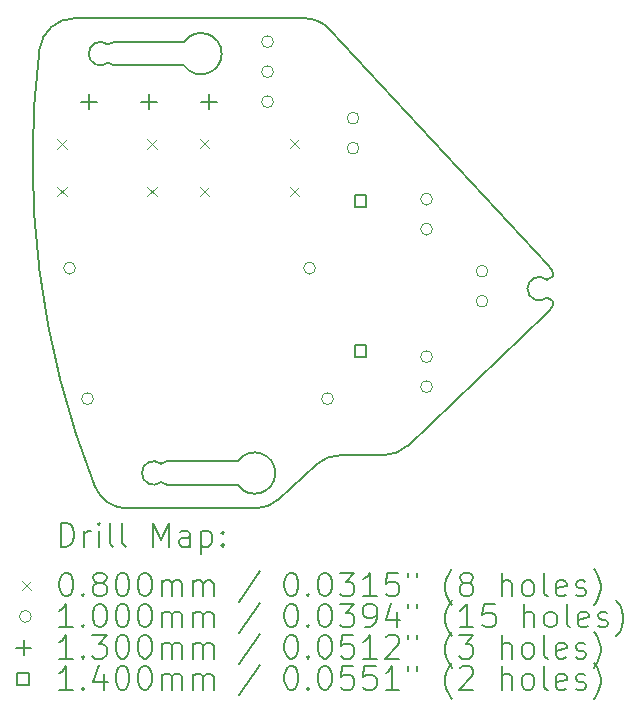
<source format=gbr>
%TF.GenerationSoftware,KiCad,Pcbnew,7.0.2-0*%
%TF.CreationDate,2023-08-02T17:26:51+09:00*%
%TF.ProjectId,kicker_board2,6b69636b-6572-45f6-926f-617264322e6b,rev?*%
%TF.SameCoordinates,Original*%
%TF.FileFunction,Drillmap*%
%TF.FilePolarity,Positive*%
%FSLAX45Y45*%
G04 Gerber Fmt 4.5, Leading zero omitted, Abs format (unit mm)*
G04 Created by KiCad (PCBNEW 7.0.2-0) date 2023-08-02 17:26:51*
%MOMM*%
%LPD*%
G01*
G04 APERTURE LIST*
%ADD10C,0.200000*%
%ADD11C,0.080000*%
%ADD12C,0.100000*%
%ADD13C,0.130000*%
%ADD14C,0.140000*%
G04 APERTURE END LIST*
D10*
X15985085Y-10818425D02*
G75*
G03*
X16028512Y-10766872I-206366J217905D01*
G01*
X13373545Y-12260563D02*
G75*
G03*
X13374962Y-12060562I144315J98983D01*
G01*
X16046975Y-10732130D02*
G75*
G03*
X16031081Y-10697046I-22475J10960D01*
G01*
X16031080Y-10504077D02*
G75*
G03*
X15992366Y-10524569I26290J-96483D01*
G01*
X12774866Y-12061345D02*
G75*
G03*
X12724866Y-12082500I12504J-99215D01*
G01*
X13935873Y-8310562D02*
X11993838Y-8310562D01*
X14606659Y-12010564D02*
G75*
G03*
X14812934Y-11928394I1J299994D01*
G01*
X14812934Y-11928394D02*
X15985085Y-10818425D01*
X12274867Y-8688624D02*
G75*
G03*
X12337366Y-8710563I62503J78064D01*
G01*
X16031080Y-10504075D02*
G75*
G03*
X16046977Y-10468994I-6560J24115D01*
G01*
X12164253Y-12272039D02*
G75*
G03*
X12443181Y-12461579I278937J110479D01*
G01*
X15992367Y-10676555D02*
G75*
G03*
X16031081Y-10697046I65003J75995D01*
G01*
X15998921Y-10396752D02*
X14155984Y-8406721D01*
X12774170Y-12260562D02*
X13373546Y-12260562D01*
X16031376Y-10760184D02*
G75*
G03*
X16046977Y-10732131I-254156J159704D01*
G01*
X12774866Y-12259778D02*
X12774170Y-12260562D01*
X16046977Y-10468994D02*
X16037561Y-10451235D01*
X12920162Y-8710561D02*
G75*
G03*
X12920160Y-8510563I143618J100001D01*
G01*
X11993838Y-8310558D02*
G75*
G03*
X11696191Y-8573063I2J-300002D01*
G01*
X12724867Y-12238624D02*
G75*
G03*
X12774866Y-12259778I62503J78064D01*
G01*
X13723632Y-12381689D02*
X14038115Y-12090452D01*
X16037561Y-10451235D02*
X16038617Y-10450593D01*
X12443181Y-12461579D02*
X13519791Y-12461579D01*
X16028512Y-10766872D02*
G75*
G03*
X16031376Y-10760184I-16592J11062D01*
G01*
X13374962Y-12060562D02*
X12774170Y-12060562D01*
X15992369Y-10524566D02*
G75*
G03*
X15992366Y-10676556I-64999J-75994D01*
G01*
X14155984Y-8406720D02*
G75*
G03*
X13935873Y-8310562I-220105J-203830D01*
G01*
X12724869Y-12082497D02*
G75*
G03*
X12724866Y-12238625I-62499J-78063D01*
G01*
X12337366Y-8710563D02*
X12920160Y-8710563D01*
X12774170Y-12060562D02*
X12774866Y-12061347D01*
X11696190Y-8573062D02*
G75*
G03*
X12164257Y-12272038I7441180J-937498D01*
G01*
X16038618Y-10450593D02*
G75*
G03*
X15998921Y-10396752I-259758J-149967D01*
G01*
X14241956Y-12010559D02*
G75*
G03*
X14038115Y-12090452I4J-300001D01*
G01*
X13519791Y-12461581D02*
G75*
G03*
X13723632Y-12381689I9J299971D01*
G01*
X14241956Y-12010562D02*
X14606659Y-12010562D01*
X12274869Y-8532497D02*
G75*
G03*
X12274866Y-8688625I-62499J-78063D01*
G01*
X12920160Y-8510563D02*
X12337319Y-8510563D01*
X12337319Y-8510560D02*
G75*
G03*
X12274866Y-8532500I51J-100000D01*
G01*
D11*
X11847200Y-9334000D02*
X11927200Y-9414000D01*
X11927200Y-9334000D02*
X11847200Y-9414000D01*
X11847200Y-9739000D02*
X11927200Y-9819000D01*
X11927200Y-9739000D02*
X11847200Y-9819000D01*
X12609200Y-9334000D02*
X12689200Y-9414000D01*
X12689200Y-9334000D02*
X12609200Y-9414000D01*
X12609200Y-9739000D02*
X12689200Y-9819000D01*
X12689200Y-9739000D02*
X12609200Y-9819000D01*
X13053700Y-9332600D02*
X13133700Y-9412600D01*
X13133700Y-9332600D02*
X13053700Y-9412600D01*
X13053700Y-9737600D02*
X13133700Y-9817600D01*
X13133700Y-9737600D02*
X13053700Y-9817600D01*
X13815700Y-9332600D02*
X13895700Y-9412600D01*
X13895700Y-9332600D02*
X13815700Y-9412600D01*
X13815700Y-9737600D02*
X13895700Y-9817600D01*
X13895700Y-9737600D02*
X13815700Y-9817600D01*
D12*
X12000700Y-10426700D02*
G75*
G03*
X12000700Y-10426700I-50000J0D01*
G01*
X12153100Y-11531600D02*
G75*
G03*
X12153100Y-11531600I-50000J0D01*
G01*
X13677100Y-8509000D02*
G75*
G03*
X13677100Y-8509000I-50000J0D01*
G01*
X13677100Y-8763000D02*
G75*
G03*
X13677100Y-8763000I-50000J0D01*
G01*
X13677100Y-9017000D02*
G75*
G03*
X13677100Y-9017000I-50000J0D01*
G01*
X14032700Y-10426700D02*
G75*
G03*
X14032700Y-10426700I-50000J0D01*
G01*
X14185100Y-11531600D02*
G75*
G03*
X14185100Y-11531600I-50000J0D01*
G01*
X14401000Y-9156200D02*
G75*
G03*
X14401000Y-9156200I-50000J0D01*
G01*
X14401000Y-9410200D02*
G75*
G03*
X14401000Y-9410200I-50000J0D01*
G01*
X15023300Y-9842500D02*
G75*
G03*
X15023300Y-9842500I-50000J0D01*
G01*
X15023300Y-10096500D02*
G75*
G03*
X15023300Y-10096500I-50000J0D01*
G01*
X15023300Y-11176000D02*
G75*
G03*
X15023300Y-11176000I-50000J0D01*
G01*
X15023300Y-11430000D02*
G75*
G03*
X15023300Y-11430000I-50000J0D01*
G01*
X15493200Y-10452100D02*
G75*
G03*
X15493200Y-10452100I-50000J0D01*
G01*
X15493200Y-10706100D02*
G75*
G03*
X15493200Y-10706100I-50000J0D01*
G01*
D13*
X12115800Y-8952000D02*
X12115800Y-9082000D01*
X12050800Y-9017000D02*
X12180800Y-9017000D01*
X12623800Y-8952000D02*
X12623800Y-9082000D01*
X12558800Y-9017000D02*
X12688800Y-9017000D01*
X13131800Y-8952000D02*
X13131800Y-9082000D01*
X13066800Y-9017000D02*
X13196800Y-9017000D01*
D14*
X14463998Y-9904698D02*
X14463998Y-9805702D01*
X14365002Y-9805702D01*
X14365002Y-9904698D01*
X14463998Y-9904698D01*
X14463998Y-11174698D02*
X14463998Y-11075702D01*
X14365002Y-11075702D01*
X14365002Y-11174698D01*
X14463998Y-11174698D01*
D10*
X11874985Y-12784104D02*
X11874985Y-12584104D01*
X11874985Y-12584104D02*
X11922604Y-12584104D01*
X11922604Y-12584104D02*
X11951175Y-12593628D01*
X11951175Y-12593628D02*
X11970223Y-12612676D01*
X11970223Y-12612676D02*
X11979747Y-12631723D01*
X11979747Y-12631723D02*
X11989270Y-12669819D01*
X11989270Y-12669819D02*
X11989270Y-12698390D01*
X11989270Y-12698390D02*
X11979747Y-12736485D01*
X11979747Y-12736485D02*
X11970223Y-12755533D01*
X11970223Y-12755533D02*
X11951175Y-12774581D01*
X11951175Y-12774581D02*
X11922604Y-12784104D01*
X11922604Y-12784104D02*
X11874985Y-12784104D01*
X12074985Y-12784104D02*
X12074985Y-12650771D01*
X12074985Y-12688866D02*
X12084508Y-12669819D01*
X12084508Y-12669819D02*
X12094032Y-12660295D01*
X12094032Y-12660295D02*
X12113080Y-12650771D01*
X12113080Y-12650771D02*
X12132128Y-12650771D01*
X12198794Y-12784104D02*
X12198794Y-12650771D01*
X12198794Y-12584104D02*
X12189270Y-12593628D01*
X12189270Y-12593628D02*
X12198794Y-12603152D01*
X12198794Y-12603152D02*
X12208318Y-12593628D01*
X12208318Y-12593628D02*
X12198794Y-12584104D01*
X12198794Y-12584104D02*
X12198794Y-12603152D01*
X12322604Y-12784104D02*
X12303556Y-12774581D01*
X12303556Y-12774581D02*
X12294032Y-12755533D01*
X12294032Y-12755533D02*
X12294032Y-12584104D01*
X12427366Y-12784104D02*
X12408318Y-12774581D01*
X12408318Y-12774581D02*
X12398794Y-12755533D01*
X12398794Y-12755533D02*
X12398794Y-12584104D01*
X12655937Y-12784104D02*
X12655937Y-12584104D01*
X12655937Y-12584104D02*
X12722604Y-12726962D01*
X12722604Y-12726962D02*
X12789270Y-12584104D01*
X12789270Y-12584104D02*
X12789270Y-12784104D01*
X12970223Y-12784104D02*
X12970223Y-12679343D01*
X12970223Y-12679343D02*
X12960699Y-12660295D01*
X12960699Y-12660295D02*
X12941651Y-12650771D01*
X12941651Y-12650771D02*
X12903556Y-12650771D01*
X12903556Y-12650771D02*
X12884508Y-12660295D01*
X12970223Y-12774581D02*
X12951175Y-12784104D01*
X12951175Y-12784104D02*
X12903556Y-12784104D01*
X12903556Y-12784104D02*
X12884508Y-12774581D01*
X12884508Y-12774581D02*
X12874985Y-12755533D01*
X12874985Y-12755533D02*
X12874985Y-12736485D01*
X12874985Y-12736485D02*
X12884508Y-12717438D01*
X12884508Y-12717438D02*
X12903556Y-12707914D01*
X12903556Y-12707914D02*
X12951175Y-12707914D01*
X12951175Y-12707914D02*
X12970223Y-12698390D01*
X13065461Y-12650771D02*
X13065461Y-12850771D01*
X13065461Y-12660295D02*
X13084508Y-12650771D01*
X13084508Y-12650771D02*
X13122604Y-12650771D01*
X13122604Y-12650771D02*
X13141651Y-12660295D01*
X13141651Y-12660295D02*
X13151175Y-12669819D01*
X13151175Y-12669819D02*
X13160699Y-12688866D01*
X13160699Y-12688866D02*
X13160699Y-12746009D01*
X13160699Y-12746009D02*
X13151175Y-12765057D01*
X13151175Y-12765057D02*
X13141651Y-12774581D01*
X13141651Y-12774581D02*
X13122604Y-12784104D01*
X13122604Y-12784104D02*
X13084508Y-12784104D01*
X13084508Y-12784104D02*
X13065461Y-12774581D01*
X13246413Y-12765057D02*
X13255937Y-12774581D01*
X13255937Y-12774581D02*
X13246413Y-12784104D01*
X13246413Y-12784104D02*
X13236889Y-12774581D01*
X13236889Y-12774581D02*
X13246413Y-12765057D01*
X13246413Y-12765057D02*
X13246413Y-12784104D01*
X13246413Y-12660295D02*
X13255937Y-12669819D01*
X13255937Y-12669819D02*
X13246413Y-12679343D01*
X13246413Y-12679343D02*
X13236889Y-12669819D01*
X13236889Y-12669819D02*
X13246413Y-12660295D01*
X13246413Y-12660295D02*
X13246413Y-12679343D01*
D11*
X11547366Y-13071581D02*
X11627366Y-13151581D01*
X11627366Y-13071581D02*
X11547366Y-13151581D01*
D10*
X11913080Y-13004104D02*
X11932128Y-13004104D01*
X11932128Y-13004104D02*
X11951175Y-13013628D01*
X11951175Y-13013628D02*
X11960699Y-13023152D01*
X11960699Y-13023152D02*
X11970223Y-13042200D01*
X11970223Y-13042200D02*
X11979747Y-13080295D01*
X11979747Y-13080295D02*
X11979747Y-13127914D01*
X11979747Y-13127914D02*
X11970223Y-13166009D01*
X11970223Y-13166009D02*
X11960699Y-13185057D01*
X11960699Y-13185057D02*
X11951175Y-13194581D01*
X11951175Y-13194581D02*
X11932128Y-13204104D01*
X11932128Y-13204104D02*
X11913080Y-13204104D01*
X11913080Y-13204104D02*
X11894032Y-13194581D01*
X11894032Y-13194581D02*
X11884508Y-13185057D01*
X11884508Y-13185057D02*
X11874985Y-13166009D01*
X11874985Y-13166009D02*
X11865461Y-13127914D01*
X11865461Y-13127914D02*
X11865461Y-13080295D01*
X11865461Y-13080295D02*
X11874985Y-13042200D01*
X11874985Y-13042200D02*
X11884508Y-13023152D01*
X11884508Y-13023152D02*
X11894032Y-13013628D01*
X11894032Y-13013628D02*
X11913080Y-13004104D01*
X12065461Y-13185057D02*
X12074985Y-13194581D01*
X12074985Y-13194581D02*
X12065461Y-13204104D01*
X12065461Y-13204104D02*
X12055937Y-13194581D01*
X12055937Y-13194581D02*
X12065461Y-13185057D01*
X12065461Y-13185057D02*
X12065461Y-13204104D01*
X12189270Y-13089819D02*
X12170223Y-13080295D01*
X12170223Y-13080295D02*
X12160699Y-13070771D01*
X12160699Y-13070771D02*
X12151175Y-13051723D01*
X12151175Y-13051723D02*
X12151175Y-13042200D01*
X12151175Y-13042200D02*
X12160699Y-13023152D01*
X12160699Y-13023152D02*
X12170223Y-13013628D01*
X12170223Y-13013628D02*
X12189270Y-13004104D01*
X12189270Y-13004104D02*
X12227366Y-13004104D01*
X12227366Y-13004104D02*
X12246413Y-13013628D01*
X12246413Y-13013628D02*
X12255937Y-13023152D01*
X12255937Y-13023152D02*
X12265461Y-13042200D01*
X12265461Y-13042200D02*
X12265461Y-13051723D01*
X12265461Y-13051723D02*
X12255937Y-13070771D01*
X12255937Y-13070771D02*
X12246413Y-13080295D01*
X12246413Y-13080295D02*
X12227366Y-13089819D01*
X12227366Y-13089819D02*
X12189270Y-13089819D01*
X12189270Y-13089819D02*
X12170223Y-13099343D01*
X12170223Y-13099343D02*
X12160699Y-13108866D01*
X12160699Y-13108866D02*
X12151175Y-13127914D01*
X12151175Y-13127914D02*
X12151175Y-13166009D01*
X12151175Y-13166009D02*
X12160699Y-13185057D01*
X12160699Y-13185057D02*
X12170223Y-13194581D01*
X12170223Y-13194581D02*
X12189270Y-13204104D01*
X12189270Y-13204104D02*
X12227366Y-13204104D01*
X12227366Y-13204104D02*
X12246413Y-13194581D01*
X12246413Y-13194581D02*
X12255937Y-13185057D01*
X12255937Y-13185057D02*
X12265461Y-13166009D01*
X12265461Y-13166009D02*
X12265461Y-13127914D01*
X12265461Y-13127914D02*
X12255937Y-13108866D01*
X12255937Y-13108866D02*
X12246413Y-13099343D01*
X12246413Y-13099343D02*
X12227366Y-13089819D01*
X12389270Y-13004104D02*
X12408318Y-13004104D01*
X12408318Y-13004104D02*
X12427366Y-13013628D01*
X12427366Y-13013628D02*
X12436889Y-13023152D01*
X12436889Y-13023152D02*
X12446413Y-13042200D01*
X12446413Y-13042200D02*
X12455937Y-13080295D01*
X12455937Y-13080295D02*
X12455937Y-13127914D01*
X12455937Y-13127914D02*
X12446413Y-13166009D01*
X12446413Y-13166009D02*
X12436889Y-13185057D01*
X12436889Y-13185057D02*
X12427366Y-13194581D01*
X12427366Y-13194581D02*
X12408318Y-13204104D01*
X12408318Y-13204104D02*
X12389270Y-13204104D01*
X12389270Y-13204104D02*
X12370223Y-13194581D01*
X12370223Y-13194581D02*
X12360699Y-13185057D01*
X12360699Y-13185057D02*
X12351175Y-13166009D01*
X12351175Y-13166009D02*
X12341651Y-13127914D01*
X12341651Y-13127914D02*
X12341651Y-13080295D01*
X12341651Y-13080295D02*
X12351175Y-13042200D01*
X12351175Y-13042200D02*
X12360699Y-13023152D01*
X12360699Y-13023152D02*
X12370223Y-13013628D01*
X12370223Y-13013628D02*
X12389270Y-13004104D01*
X12579747Y-13004104D02*
X12598794Y-13004104D01*
X12598794Y-13004104D02*
X12617842Y-13013628D01*
X12617842Y-13013628D02*
X12627366Y-13023152D01*
X12627366Y-13023152D02*
X12636889Y-13042200D01*
X12636889Y-13042200D02*
X12646413Y-13080295D01*
X12646413Y-13080295D02*
X12646413Y-13127914D01*
X12646413Y-13127914D02*
X12636889Y-13166009D01*
X12636889Y-13166009D02*
X12627366Y-13185057D01*
X12627366Y-13185057D02*
X12617842Y-13194581D01*
X12617842Y-13194581D02*
X12598794Y-13204104D01*
X12598794Y-13204104D02*
X12579747Y-13204104D01*
X12579747Y-13204104D02*
X12560699Y-13194581D01*
X12560699Y-13194581D02*
X12551175Y-13185057D01*
X12551175Y-13185057D02*
X12541651Y-13166009D01*
X12541651Y-13166009D02*
X12532128Y-13127914D01*
X12532128Y-13127914D02*
X12532128Y-13080295D01*
X12532128Y-13080295D02*
X12541651Y-13042200D01*
X12541651Y-13042200D02*
X12551175Y-13023152D01*
X12551175Y-13023152D02*
X12560699Y-13013628D01*
X12560699Y-13013628D02*
X12579747Y-13004104D01*
X12732128Y-13204104D02*
X12732128Y-13070771D01*
X12732128Y-13089819D02*
X12741651Y-13080295D01*
X12741651Y-13080295D02*
X12760699Y-13070771D01*
X12760699Y-13070771D02*
X12789270Y-13070771D01*
X12789270Y-13070771D02*
X12808318Y-13080295D01*
X12808318Y-13080295D02*
X12817842Y-13099343D01*
X12817842Y-13099343D02*
X12817842Y-13204104D01*
X12817842Y-13099343D02*
X12827366Y-13080295D01*
X12827366Y-13080295D02*
X12846413Y-13070771D01*
X12846413Y-13070771D02*
X12874985Y-13070771D01*
X12874985Y-13070771D02*
X12894032Y-13080295D01*
X12894032Y-13080295D02*
X12903556Y-13099343D01*
X12903556Y-13099343D02*
X12903556Y-13204104D01*
X12998794Y-13204104D02*
X12998794Y-13070771D01*
X12998794Y-13089819D02*
X13008318Y-13080295D01*
X13008318Y-13080295D02*
X13027366Y-13070771D01*
X13027366Y-13070771D02*
X13055937Y-13070771D01*
X13055937Y-13070771D02*
X13074985Y-13080295D01*
X13074985Y-13080295D02*
X13084509Y-13099343D01*
X13084509Y-13099343D02*
X13084509Y-13204104D01*
X13084509Y-13099343D02*
X13094032Y-13080295D01*
X13094032Y-13080295D02*
X13113080Y-13070771D01*
X13113080Y-13070771D02*
X13141651Y-13070771D01*
X13141651Y-13070771D02*
X13160699Y-13080295D01*
X13160699Y-13080295D02*
X13170223Y-13099343D01*
X13170223Y-13099343D02*
X13170223Y-13204104D01*
X13560699Y-12994581D02*
X13389271Y-13251723D01*
X13817842Y-13004104D02*
X13836890Y-13004104D01*
X13836890Y-13004104D02*
X13855937Y-13013628D01*
X13855937Y-13013628D02*
X13865461Y-13023152D01*
X13865461Y-13023152D02*
X13874985Y-13042200D01*
X13874985Y-13042200D02*
X13884509Y-13080295D01*
X13884509Y-13080295D02*
X13884509Y-13127914D01*
X13884509Y-13127914D02*
X13874985Y-13166009D01*
X13874985Y-13166009D02*
X13865461Y-13185057D01*
X13865461Y-13185057D02*
X13855937Y-13194581D01*
X13855937Y-13194581D02*
X13836890Y-13204104D01*
X13836890Y-13204104D02*
X13817842Y-13204104D01*
X13817842Y-13204104D02*
X13798794Y-13194581D01*
X13798794Y-13194581D02*
X13789271Y-13185057D01*
X13789271Y-13185057D02*
X13779747Y-13166009D01*
X13779747Y-13166009D02*
X13770223Y-13127914D01*
X13770223Y-13127914D02*
X13770223Y-13080295D01*
X13770223Y-13080295D02*
X13779747Y-13042200D01*
X13779747Y-13042200D02*
X13789271Y-13023152D01*
X13789271Y-13023152D02*
X13798794Y-13013628D01*
X13798794Y-13013628D02*
X13817842Y-13004104D01*
X13970223Y-13185057D02*
X13979747Y-13194581D01*
X13979747Y-13194581D02*
X13970223Y-13204104D01*
X13970223Y-13204104D02*
X13960699Y-13194581D01*
X13960699Y-13194581D02*
X13970223Y-13185057D01*
X13970223Y-13185057D02*
X13970223Y-13204104D01*
X14103556Y-13004104D02*
X14122604Y-13004104D01*
X14122604Y-13004104D02*
X14141652Y-13013628D01*
X14141652Y-13013628D02*
X14151175Y-13023152D01*
X14151175Y-13023152D02*
X14160699Y-13042200D01*
X14160699Y-13042200D02*
X14170223Y-13080295D01*
X14170223Y-13080295D02*
X14170223Y-13127914D01*
X14170223Y-13127914D02*
X14160699Y-13166009D01*
X14160699Y-13166009D02*
X14151175Y-13185057D01*
X14151175Y-13185057D02*
X14141652Y-13194581D01*
X14141652Y-13194581D02*
X14122604Y-13204104D01*
X14122604Y-13204104D02*
X14103556Y-13204104D01*
X14103556Y-13204104D02*
X14084509Y-13194581D01*
X14084509Y-13194581D02*
X14074985Y-13185057D01*
X14074985Y-13185057D02*
X14065461Y-13166009D01*
X14065461Y-13166009D02*
X14055937Y-13127914D01*
X14055937Y-13127914D02*
X14055937Y-13080295D01*
X14055937Y-13080295D02*
X14065461Y-13042200D01*
X14065461Y-13042200D02*
X14074985Y-13023152D01*
X14074985Y-13023152D02*
X14084509Y-13013628D01*
X14084509Y-13013628D02*
X14103556Y-13004104D01*
X14236890Y-13004104D02*
X14360699Y-13004104D01*
X14360699Y-13004104D02*
X14294032Y-13080295D01*
X14294032Y-13080295D02*
X14322604Y-13080295D01*
X14322604Y-13080295D02*
X14341652Y-13089819D01*
X14341652Y-13089819D02*
X14351175Y-13099343D01*
X14351175Y-13099343D02*
X14360699Y-13118390D01*
X14360699Y-13118390D02*
X14360699Y-13166009D01*
X14360699Y-13166009D02*
X14351175Y-13185057D01*
X14351175Y-13185057D02*
X14341652Y-13194581D01*
X14341652Y-13194581D02*
X14322604Y-13204104D01*
X14322604Y-13204104D02*
X14265461Y-13204104D01*
X14265461Y-13204104D02*
X14246413Y-13194581D01*
X14246413Y-13194581D02*
X14236890Y-13185057D01*
X14551175Y-13204104D02*
X14436890Y-13204104D01*
X14494032Y-13204104D02*
X14494032Y-13004104D01*
X14494032Y-13004104D02*
X14474985Y-13032676D01*
X14474985Y-13032676D02*
X14455937Y-13051723D01*
X14455937Y-13051723D02*
X14436890Y-13061247D01*
X14732128Y-13004104D02*
X14636890Y-13004104D01*
X14636890Y-13004104D02*
X14627366Y-13099343D01*
X14627366Y-13099343D02*
X14636890Y-13089819D01*
X14636890Y-13089819D02*
X14655937Y-13080295D01*
X14655937Y-13080295D02*
X14703556Y-13080295D01*
X14703556Y-13080295D02*
X14722604Y-13089819D01*
X14722604Y-13089819D02*
X14732128Y-13099343D01*
X14732128Y-13099343D02*
X14741652Y-13118390D01*
X14741652Y-13118390D02*
X14741652Y-13166009D01*
X14741652Y-13166009D02*
X14732128Y-13185057D01*
X14732128Y-13185057D02*
X14722604Y-13194581D01*
X14722604Y-13194581D02*
X14703556Y-13204104D01*
X14703556Y-13204104D02*
X14655937Y-13204104D01*
X14655937Y-13204104D02*
X14636890Y-13194581D01*
X14636890Y-13194581D02*
X14627366Y-13185057D01*
X14817842Y-13004104D02*
X14817842Y-13042200D01*
X14894033Y-13004104D02*
X14894033Y-13042200D01*
X15189271Y-13280295D02*
X15179747Y-13270771D01*
X15179747Y-13270771D02*
X15160699Y-13242200D01*
X15160699Y-13242200D02*
X15151175Y-13223152D01*
X15151175Y-13223152D02*
X15141652Y-13194581D01*
X15141652Y-13194581D02*
X15132128Y-13146962D01*
X15132128Y-13146962D02*
X15132128Y-13108866D01*
X15132128Y-13108866D02*
X15141652Y-13061247D01*
X15141652Y-13061247D02*
X15151175Y-13032676D01*
X15151175Y-13032676D02*
X15160699Y-13013628D01*
X15160699Y-13013628D02*
X15179747Y-12985057D01*
X15179747Y-12985057D02*
X15189271Y-12975533D01*
X15294033Y-13089819D02*
X15274985Y-13080295D01*
X15274985Y-13080295D02*
X15265461Y-13070771D01*
X15265461Y-13070771D02*
X15255937Y-13051723D01*
X15255937Y-13051723D02*
X15255937Y-13042200D01*
X15255937Y-13042200D02*
X15265461Y-13023152D01*
X15265461Y-13023152D02*
X15274985Y-13013628D01*
X15274985Y-13013628D02*
X15294033Y-13004104D01*
X15294033Y-13004104D02*
X15332128Y-13004104D01*
X15332128Y-13004104D02*
X15351175Y-13013628D01*
X15351175Y-13013628D02*
X15360699Y-13023152D01*
X15360699Y-13023152D02*
X15370223Y-13042200D01*
X15370223Y-13042200D02*
X15370223Y-13051723D01*
X15370223Y-13051723D02*
X15360699Y-13070771D01*
X15360699Y-13070771D02*
X15351175Y-13080295D01*
X15351175Y-13080295D02*
X15332128Y-13089819D01*
X15332128Y-13089819D02*
X15294033Y-13089819D01*
X15294033Y-13089819D02*
X15274985Y-13099343D01*
X15274985Y-13099343D02*
X15265461Y-13108866D01*
X15265461Y-13108866D02*
X15255937Y-13127914D01*
X15255937Y-13127914D02*
X15255937Y-13166009D01*
X15255937Y-13166009D02*
X15265461Y-13185057D01*
X15265461Y-13185057D02*
X15274985Y-13194581D01*
X15274985Y-13194581D02*
X15294033Y-13204104D01*
X15294033Y-13204104D02*
X15332128Y-13204104D01*
X15332128Y-13204104D02*
X15351175Y-13194581D01*
X15351175Y-13194581D02*
X15360699Y-13185057D01*
X15360699Y-13185057D02*
X15370223Y-13166009D01*
X15370223Y-13166009D02*
X15370223Y-13127914D01*
X15370223Y-13127914D02*
X15360699Y-13108866D01*
X15360699Y-13108866D02*
X15351175Y-13099343D01*
X15351175Y-13099343D02*
X15332128Y-13089819D01*
X15608318Y-13204104D02*
X15608318Y-13004104D01*
X15694033Y-13204104D02*
X15694033Y-13099343D01*
X15694033Y-13099343D02*
X15684509Y-13080295D01*
X15684509Y-13080295D02*
X15665461Y-13070771D01*
X15665461Y-13070771D02*
X15636890Y-13070771D01*
X15636890Y-13070771D02*
X15617842Y-13080295D01*
X15617842Y-13080295D02*
X15608318Y-13089819D01*
X15817842Y-13204104D02*
X15798795Y-13194581D01*
X15798795Y-13194581D02*
X15789271Y-13185057D01*
X15789271Y-13185057D02*
X15779747Y-13166009D01*
X15779747Y-13166009D02*
X15779747Y-13108866D01*
X15779747Y-13108866D02*
X15789271Y-13089819D01*
X15789271Y-13089819D02*
X15798795Y-13080295D01*
X15798795Y-13080295D02*
X15817842Y-13070771D01*
X15817842Y-13070771D02*
X15846414Y-13070771D01*
X15846414Y-13070771D02*
X15865461Y-13080295D01*
X15865461Y-13080295D02*
X15874985Y-13089819D01*
X15874985Y-13089819D02*
X15884509Y-13108866D01*
X15884509Y-13108866D02*
X15884509Y-13166009D01*
X15884509Y-13166009D02*
X15874985Y-13185057D01*
X15874985Y-13185057D02*
X15865461Y-13194581D01*
X15865461Y-13194581D02*
X15846414Y-13204104D01*
X15846414Y-13204104D02*
X15817842Y-13204104D01*
X15998795Y-13204104D02*
X15979747Y-13194581D01*
X15979747Y-13194581D02*
X15970223Y-13175533D01*
X15970223Y-13175533D02*
X15970223Y-13004104D01*
X16151176Y-13194581D02*
X16132128Y-13204104D01*
X16132128Y-13204104D02*
X16094033Y-13204104D01*
X16094033Y-13204104D02*
X16074985Y-13194581D01*
X16074985Y-13194581D02*
X16065461Y-13175533D01*
X16065461Y-13175533D02*
X16065461Y-13099343D01*
X16065461Y-13099343D02*
X16074985Y-13080295D01*
X16074985Y-13080295D02*
X16094033Y-13070771D01*
X16094033Y-13070771D02*
X16132128Y-13070771D01*
X16132128Y-13070771D02*
X16151176Y-13080295D01*
X16151176Y-13080295D02*
X16160699Y-13099343D01*
X16160699Y-13099343D02*
X16160699Y-13118390D01*
X16160699Y-13118390D02*
X16065461Y-13137438D01*
X16236890Y-13194581D02*
X16255937Y-13204104D01*
X16255937Y-13204104D02*
X16294033Y-13204104D01*
X16294033Y-13204104D02*
X16313080Y-13194581D01*
X16313080Y-13194581D02*
X16322604Y-13175533D01*
X16322604Y-13175533D02*
X16322604Y-13166009D01*
X16322604Y-13166009D02*
X16313080Y-13146962D01*
X16313080Y-13146962D02*
X16294033Y-13137438D01*
X16294033Y-13137438D02*
X16265461Y-13137438D01*
X16265461Y-13137438D02*
X16246414Y-13127914D01*
X16246414Y-13127914D02*
X16236890Y-13108866D01*
X16236890Y-13108866D02*
X16236890Y-13099343D01*
X16236890Y-13099343D02*
X16246414Y-13080295D01*
X16246414Y-13080295D02*
X16265461Y-13070771D01*
X16265461Y-13070771D02*
X16294033Y-13070771D01*
X16294033Y-13070771D02*
X16313080Y-13080295D01*
X16389271Y-13280295D02*
X16398795Y-13270771D01*
X16398795Y-13270771D02*
X16417842Y-13242200D01*
X16417842Y-13242200D02*
X16427366Y-13223152D01*
X16427366Y-13223152D02*
X16436890Y-13194581D01*
X16436890Y-13194581D02*
X16446414Y-13146962D01*
X16446414Y-13146962D02*
X16446414Y-13108866D01*
X16446414Y-13108866D02*
X16436890Y-13061247D01*
X16436890Y-13061247D02*
X16427366Y-13032676D01*
X16427366Y-13032676D02*
X16417842Y-13013628D01*
X16417842Y-13013628D02*
X16398795Y-12985057D01*
X16398795Y-12985057D02*
X16389271Y-12975533D01*
D12*
X11627366Y-13375581D02*
G75*
G03*
X11627366Y-13375581I-50000J0D01*
G01*
D10*
X11979747Y-13468104D02*
X11865461Y-13468104D01*
X11922604Y-13468104D02*
X11922604Y-13268104D01*
X11922604Y-13268104D02*
X11903556Y-13296676D01*
X11903556Y-13296676D02*
X11884508Y-13315723D01*
X11884508Y-13315723D02*
X11865461Y-13325247D01*
X12065461Y-13449057D02*
X12074985Y-13458581D01*
X12074985Y-13458581D02*
X12065461Y-13468104D01*
X12065461Y-13468104D02*
X12055937Y-13458581D01*
X12055937Y-13458581D02*
X12065461Y-13449057D01*
X12065461Y-13449057D02*
X12065461Y-13468104D01*
X12198794Y-13268104D02*
X12217842Y-13268104D01*
X12217842Y-13268104D02*
X12236889Y-13277628D01*
X12236889Y-13277628D02*
X12246413Y-13287152D01*
X12246413Y-13287152D02*
X12255937Y-13306200D01*
X12255937Y-13306200D02*
X12265461Y-13344295D01*
X12265461Y-13344295D02*
X12265461Y-13391914D01*
X12265461Y-13391914D02*
X12255937Y-13430009D01*
X12255937Y-13430009D02*
X12246413Y-13449057D01*
X12246413Y-13449057D02*
X12236889Y-13458581D01*
X12236889Y-13458581D02*
X12217842Y-13468104D01*
X12217842Y-13468104D02*
X12198794Y-13468104D01*
X12198794Y-13468104D02*
X12179747Y-13458581D01*
X12179747Y-13458581D02*
X12170223Y-13449057D01*
X12170223Y-13449057D02*
X12160699Y-13430009D01*
X12160699Y-13430009D02*
X12151175Y-13391914D01*
X12151175Y-13391914D02*
X12151175Y-13344295D01*
X12151175Y-13344295D02*
X12160699Y-13306200D01*
X12160699Y-13306200D02*
X12170223Y-13287152D01*
X12170223Y-13287152D02*
X12179747Y-13277628D01*
X12179747Y-13277628D02*
X12198794Y-13268104D01*
X12389270Y-13268104D02*
X12408318Y-13268104D01*
X12408318Y-13268104D02*
X12427366Y-13277628D01*
X12427366Y-13277628D02*
X12436889Y-13287152D01*
X12436889Y-13287152D02*
X12446413Y-13306200D01*
X12446413Y-13306200D02*
X12455937Y-13344295D01*
X12455937Y-13344295D02*
X12455937Y-13391914D01*
X12455937Y-13391914D02*
X12446413Y-13430009D01*
X12446413Y-13430009D02*
X12436889Y-13449057D01*
X12436889Y-13449057D02*
X12427366Y-13458581D01*
X12427366Y-13458581D02*
X12408318Y-13468104D01*
X12408318Y-13468104D02*
X12389270Y-13468104D01*
X12389270Y-13468104D02*
X12370223Y-13458581D01*
X12370223Y-13458581D02*
X12360699Y-13449057D01*
X12360699Y-13449057D02*
X12351175Y-13430009D01*
X12351175Y-13430009D02*
X12341651Y-13391914D01*
X12341651Y-13391914D02*
X12341651Y-13344295D01*
X12341651Y-13344295D02*
X12351175Y-13306200D01*
X12351175Y-13306200D02*
X12360699Y-13287152D01*
X12360699Y-13287152D02*
X12370223Y-13277628D01*
X12370223Y-13277628D02*
X12389270Y-13268104D01*
X12579747Y-13268104D02*
X12598794Y-13268104D01*
X12598794Y-13268104D02*
X12617842Y-13277628D01*
X12617842Y-13277628D02*
X12627366Y-13287152D01*
X12627366Y-13287152D02*
X12636889Y-13306200D01*
X12636889Y-13306200D02*
X12646413Y-13344295D01*
X12646413Y-13344295D02*
X12646413Y-13391914D01*
X12646413Y-13391914D02*
X12636889Y-13430009D01*
X12636889Y-13430009D02*
X12627366Y-13449057D01*
X12627366Y-13449057D02*
X12617842Y-13458581D01*
X12617842Y-13458581D02*
X12598794Y-13468104D01*
X12598794Y-13468104D02*
X12579747Y-13468104D01*
X12579747Y-13468104D02*
X12560699Y-13458581D01*
X12560699Y-13458581D02*
X12551175Y-13449057D01*
X12551175Y-13449057D02*
X12541651Y-13430009D01*
X12541651Y-13430009D02*
X12532128Y-13391914D01*
X12532128Y-13391914D02*
X12532128Y-13344295D01*
X12532128Y-13344295D02*
X12541651Y-13306200D01*
X12541651Y-13306200D02*
X12551175Y-13287152D01*
X12551175Y-13287152D02*
X12560699Y-13277628D01*
X12560699Y-13277628D02*
X12579747Y-13268104D01*
X12732128Y-13468104D02*
X12732128Y-13334771D01*
X12732128Y-13353819D02*
X12741651Y-13344295D01*
X12741651Y-13344295D02*
X12760699Y-13334771D01*
X12760699Y-13334771D02*
X12789270Y-13334771D01*
X12789270Y-13334771D02*
X12808318Y-13344295D01*
X12808318Y-13344295D02*
X12817842Y-13363343D01*
X12817842Y-13363343D02*
X12817842Y-13468104D01*
X12817842Y-13363343D02*
X12827366Y-13344295D01*
X12827366Y-13344295D02*
X12846413Y-13334771D01*
X12846413Y-13334771D02*
X12874985Y-13334771D01*
X12874985Y-13334771D02*
X12894032Y-13344295D01*
X12894032Y-13344295D02*
X12903556Y-13363343D01*
X12903556Y-13363343D02*
X12903556Y-13468104D01*
X12998794Y-13468104D02*
X12998794Y-13334771D01*
X12998794Y-13353819D02*
X13008318Y-13344295D01*
X13008318Y-13344295D02*
X13027366Y-13334771D01*
X13027366Y-13334771D02*
X13055937Y-13334771D01*
X13055937Y-13334771D02*
X13074985Y-13344295D01*
X13074985Y-13344295D02*
X13084509Y-13363343D01*
X13084509Y-13363343D02*
X13084509Y-13468104D01*
X13084509Y-13363343D02*
X13094032Y-13344295D01*
X13094032Y-13344295D02*
X13113080Y-13334771D01*
X13113080Y-13334771D02*
X13141651Y-13334771D01*
X13141651Y-13334771D02*
X13160699Y-13344295D01*
X13160699Y-13344295D02*
X13170223Y-13363343D01*
X13170223Y-13363343D02*
X13170223Y-13468104D01*
X13560699Y-13258581D02*
X13389271Y-13515723D01*
X13817842Y-13268104D02*
X13836890Y-13268104D01*
X13836890Y-13268104D02*
X13855937Y-13277628D01*
X13855937Y-13277628D02*
X13865461Y-13287152D01*
X13865461Y-13287152D02*
X13874985Y-13306200D01*
X13874985Y-13306200D02*
X13884509Y-13344295D01*
X13884509Y-13344295D02*
X13884509Y-13391914D01*
X13884509Y-13391914D02*
X13874985Y-13430009D01*
X13874985Y-13430009D02*
X13865461Y-13449057D01*
X13865461Y-13449057D02*
X13855937Y-13458581D01*
X13855937Y-13458581D02*
X13836890Y-13468104D01*
X13836890Y-13468104D02*
X13817842Y-13468104D01*
X13817842Y-13468104D02*
X13798794Y-13458581D01*
X13798794Y-13458581D02*
X13789271Y-13449057D01*
X13789271Y-13449057D02*
X13779747Y-13430009D01*
X13779747Y-13430009D02*
X13770223Y-13391914D01*
X13770223Y-13391914D02*
X13770223Y-13344295D01*
X13770223Y-13344295D02*
X13779747Y-13306200D01*
X13779747Y-13306200D02*
X13789271Y-13287152D01*
X13789271Y-13287152D02*
X13798794Y-13277628D01*
X13798794Y-13277628D02*
X13817842Y-13268104D01*
X13970223Y-13449057D02*
X13979747Y-13458581D01*
X13979747Y-13458581D02*
X13970223Y-13468104D01*
X13970223Y-13468104D02*
X13960699Y-13458581D01*
X13960699Y-13458581D02*
X13970223Y-13449057D01*
X13970223Y-13449057D02*
X13970223Y-13468104D01*
X14103556Y-13268104D02*
X14122604Y-13268104D01*
X14122604Y-13268104D02*
X14141652Y-13277628D01*
X14141652Y-13277628D02*
X14151175Y-13287152D01*
X14151175Y-13287152D02*
X14160699Y-13306200D01*
X14160699Y-13306200D02*
X14170223Y-13344295D01*
X14170223Y-13344295D02*
X14170223Y-13391914D01*
X14170223Y-13391914D02*
X14160699Y-13430009D01*
X14160699Y-13430009D02*
X14151175Y-13449057D01*
X14151175Y-13449057D02*
X14141652Y-13458581D01*
X14141652Y-13458581D02*
X14122604Y-13468104D01*
X14122604Y-13468104D02*
X14103556Y-13468104D01*
X14103556Y-13468104D02*
X14084509Y-13458581D01*
X14084509Y-13458581D02*
X14074985Y-13449057D01*
X14074985Y-13449057D02*
X14065461Y-13430009D01*
X14065461Y-13430009D02*
X14055937Y-13391914D01*
X14055937Y-13391914D02*
X14055937Y-13344295D01*
X14055937Y-13344295D02*
X14065461Y-13306200D01*
X14065461Y-13306200D02*
X14074985Y-13287152D01*
X14074985Y-13287152D02*
X14084509Y-13277628D01*
X14084509Y-13277628D02*
X14103556Y-13268104D01*
X14236890Y-13268104D02*
X14360699Y-13268104D01*
X14360699Y-13268104D02*
X14294032Y-13344295D01*
X14294032Y-13344295D02*
X14322604Y-13344295D01*
X14322604Y-13344295D02*
X14341652Y-13353819D01*
X14341652Y-13353819D02*
X14351175Y-13363343D01*
X14351175Y-13363343D02*
X14360699Y-13382390D01*
X14360699Y-13382390D02*
X14360699Y-13430009D01*
X14360699Y-13430009D02*
X14351175Y-13449057D01*
X14351175Y-13449057D02*
X14341652Y-13458581D01*
X14341652Y-13458581D02*
X14322604Y-13468104D01*
X14322604Y-13468104D02*
X14265461Y-13468104D01*
X14265461Y-13468104D02*
X14246413Y-13458581D01*
X14246413Y-13458581D02*
X14236890Y-13449057D01*
X14455937Y-13468104D02*
X14494032Y-13468104D01*
X14494032Y-13468104D02*
X14513080Y-13458581D01*
X14513080Y-13458581D02*
X14522604Y-13449057D01*
X14522604Y-13449057D02*
X14541652Y-13420485D01*
X14541652Y-13420485D02*
X14551175Y-13382390D01*
X14551175Y-13382390D02*
X14551175Y-13306200D01*
X14551175Y-13306200D02*
X14541652Y-13287152D01*
X14541652Y-13287152D02*
X14532128Y-13277628D01*
X14532128Y-13277628D02*
X14513080Y-13268104D01*
X14513080Y-13268104D02*
X14474985Y-13268104D01*
X14474985Y-13268104D02*
X14455937Y-13277628D01*
X14455937Y-13277628D02*
X14446413Y-13287152D01*
X14446413Y-13287152D02*
X14436890Y-13306200D01*
X14436890Y-13306200D02*
X14436890Y-13353819D01*
X14436890Y-13353819D02*
X14446413Y-13372866D01*
X14446413Y-13372866D02*
X14455937Y-13382390D01*
X14455937Y-13382390D02*
X14474985Y-13391914D01*
X14474985Y-13391914D02*
X14513080Y-13391914D01*
X14513080Y-13391914D02*
X14532128Y-13382390D01*
X14532128Y-13382390D02*
X14541652Y-13372866D01*
X14541652Y-13372866D02*
X14551175Y-13353819D01*
X14722604Y-13334771D02*
X14722604Y-13468104D01*
X14674985Y-13258581D02*
X14627366Y-13401438D01*
X14627366Y-13401438D02*
X14751175Y-13401438D01*
X14817842Y-13268104D02*
X14817842Y-13306200D01*
X14894033Y-13268104D02*
X14894033Y-13306200D01*
X15189271Y-13544295D02*
X15179747Y-13534771D01*
X15179747Y-13534771D02*
X15160699Y-13506200D01*
X15160699Y-13506200D02*
X15151175Y-13487152D01*
X15151175Y-13487152D02*
X15141652Y-13458581D01*
X15141652Y-13458581D02*
X15132128Y-13410962D01*
X15132128Y-13410962D02*
X15132128Y-13372866D01*
X15132128Y-13372866D02*
X15141652Y-13325247D01*
X15141652Y-13325247D02*
X15151175Y-13296676D01*
X15151175Y-13296676D02*
X15160699Y-13277628D01*
X15160699Y-13277628D02*
X15179747Y-13249057D01*
X15179747Y-13249057D02*
X15189271Y-13239533D01*
X15370223Y-13468104D02*
X15255937Y-13468104D01*
X15313080Y-13468104D02*
X15313080Y-13268104D01*
X15313080Y-13268104D02*
X15294033Y-13296676D01*
X15294033Y-13296676D02*
X15274985Y-13315723D01*
X15274985Y-13315723D02*
X15255937Y-13325247D01*
X15551175Y-13268104D02*
X15455937Y-13268104D01*
X15455937Y-13268104D02*
X15446414Y-13363343D01*
X15446414Y-13363343D02*
X15455937Y-13353819D01*
X15455937Y-13353819D02*
X15474985Y-13344295D01*
X15474985Y-13344295D02*
X15522604Y-13344295D01*
X15522604Y-13344295D02*
X15541652Y-13353819D01*
X15541652Y-13353819D02*
X15551175Y-13363343D01*
X15551175Y-13363343D02*
X15560699Y-13382390D01*
X15560699Y-13382390D02*
X15560699Y-13430009D01*
X15560699Y-13430009D02*
X15551175Y-13449057D01*
X15551175Y-13449057D02*
X15541652Y-13458581D01*
X15541652Y-13458581D02*
X15522604Y-13468104D01*
X15522604Y-13468104D02*
X15474985Y-13468104D01*
X15474985Y-13468104D02*
X15455937Y-13458581D01*
X15455937Y-13458581D02*
X15446414Y-13449057D01*
X15798795Y-13468104D02*
X15798795Y-13268104D01*
X15884509Y-13468104D02*
X15884509Y-13363343D01*
X15884509Y-13363343D02*
X15874985Y-13344295D01*
X15874985Y-13344295D02*
X15855937Y-13334771D01*
X15855937Y-13334771D02*
X15827366Y-13334771D01*
X15827366Y-13334771D02*
X15808318Y-13344295D01*
X15808318Y-13344295D02*
X15798795Y-13353819D01*
X16008318Y-13468104D02*
X15989271Y-13458581D01*
X15989271Y-13458581D02*
X15979747Y-13449057D01*
X15979747Y-13449057D02*
X15970223Y-13430009D01*
X15970223Y-13430009D02*
X15970223Y-13372866D01*
X15970223Y-13372866D02*
X15979747Y-13353819D01*
X15979747Y-13353819D02*
X15989271Y-13344295D01*
X15989271Y-13344295D02*
X16008318Y-13334771D01*
X16008318Y-13334771D02*
X16036890Y-13334771D01*
X16036890Y-13334771D02*
X16055937Y-13344295D01*
X16055937Y-13344295D02*
X16065461Y-13353819D01*
X16065461Y-13353819D02*
X16074985Y-13372866D01*
X16074985Y-13372866D02*
X16074985Y-13430009D01*
X16074985Y-13430009D02*
X16065461Y-13449057D01*
X16065461Y-13449057D02*
X16055937Y-13458581D01*
X16055937Y-13458581D02*
X16036890Y-13468104D01*
X16036890Y-13468104D02*
X16008318Y-13468104D01*
X16189271Y-13468104D02*
X16170223Y-13458581D01*
X16170223Y-13458581D02*
X16160699Y-13439533D01*
X16160699Y-13439533D02*
X16160699Y-13268104D01*
X16341652Y-13458581D02*
X16322604Y-13468104D01*
X16322604Y-13468104D02*
X16284509Y-13468104D01*
X16284509Y-13468104D02*
X16265461Y-13458581D01*
X16265461Y-13458581D02*
X16255937Y-13439533D01*
X16255937Y-13439533D02*
X16255937Y-13363343D01*
X16255937Y-13363343D02*
X16265461Y-13344295D01*
X16265461Y-13344295D02*
X16284509Y-13334771D01*
X16284509Y-13334771D02*
X16322604Y-13334771D01*
X16322604Y-13334771D02*
X16341652Y-13344295D01*
X16341652Y-13344295D02*
X16351176Y-13363343D01*
X16351176Y-13363343D02*
X16351176Y-13382390D01*
X16351176Y-13382390D02*
X16255937Y-13401438D01*
X16427366Y-13458581D02*
X16446414Y-13468104D01*
X16446414Y-13468104D02*
X16484509Y-13468104D01*
X16484509Y-13468104D02*
X16503557Y-13458581D01*
X16503557Y-13458581D02*
X16513080Y-13439533D01*
X16513080Y-13439533D02*
X16513080Y-13430009D01*
X16513080Y-13430009D02*
X16503557Y-13410962D01*
X16503557Y-13410962D02*
X16484509Y-13401438D01*
X16484509Y-13401438D02*
X16455937Y-13401438D01*
X16455937Y-13401438D02*
X16436890Y-13391914D01*
X16436890Y-13391914D02*
X16427366Y-13372866D01*
X16427366Y-13372866D02*
X16427366Y-13363343D01*
X16427366Y-13363343D02*
X16436890Y-13344295D01*
X16436890Y-13344295D02*
X16455937Y-13334771D01*
X16455937Y-13334771D02*
X16484509Y-13334771D01*
X16484509Y-13334771D02*
X16503557Y-13344295D01*
X16579747Y-13544295D02*
X16589271Y-13534771D01*
X16589271Y-13534771D02*
X16608318Y-13506200D01*
X16608318Y-13506200D02*
X16617842Y-13487152D01*
X16617842Y-13487152D02*
X16627366Y-13458581D01*
X16627366Y-13458581D02*
X16636890Y-13410962D01*
X16636890Y-13410962D02*
X16636890Y-13372866D01*
X16636890Y-13372866D02*
X16627366Y-13325247D01*
X16627366Y-13325247D02*
X16617842Y-13296676D01*
X16617842Y-13296676D02*
X16608318Y-13277628D01*
X16608318Y-13277628D02*
X16589271Y-13249057D01*
X16589271Y-13249057D02*
X16579747Y-13239533D01*
D13*
X11562366Y-13574581D02*
X11562366Y-13704581D01*
X11497366Y-13639581D02*
X11627366Y-13639581D01*
D10*
X11979747Y-13732104D02*
X11865461Y-13732104D01*
X11922604Y-13732104D02*
X11922604Y-13532104D01*
X11922604Y-13532104D02*
X11903556Y-13560676D01*
X11903556Y-13560676D02*
X11884508Y-13579723D01*
X11884508Y-13579723D02*
X11865461Y-13589247D01*
X12065461Y-13713057D02*
X12074985Y-13722581D01*
X12074985Y-13722581D02*
X12065461Y-13732104D01*
X12065461Y-13732104D02*
X12055937Y-13722581D01*
X12055937Y-13722581D02*
X12065461Y-13713057D01*
X12065461Y-13713057D02*
X12065461Y-13732104D01*
X12141651Y-13532104D02*
X12265461Y-13532104D01*
X12265461Y-13532104D02*
X12198794Y-13608295D01*
X12198794Y-13608295D02*
X12227366Y-13608295D01*
X12227366Y-13608295D02*
X12246413Y-13617819D01*
X12246413Y-13617819D02*
X12255937Y-13627343D01*
X12255937Y-13627343D02*
X12265461Y-13646390D01*
X12265461Y-13646390D02*
X12265461Y-13694009D01*
X12265461Y-13694009D02*
X12255937Y-13713057D01*
X12255937Y-13713057D02*
X12246413Y-13722581D01*
X12246413Y-13722581D02*
X12227366Y-13732104D01*
X12227366Y-13732104D02*
X12170223Y-13732104D01*
X12170223Y-13732104D02*
X12151175Y-13722581D01*
X12151175Y-13722581D02*
X12141651Y-13713057D01*
X12389270Y-13532104D02*
X12408318Y-13532104D01*
X12408318Y-13532104D02*
X12427366Y-13541628D01*
X12427366Y-13541628D02*
X12436889Y-13551152D01*
X12436889Y-13551152D02*
X12446413Y-13570200D01*
X12446413Y-13570200D02*
X12455937Y-13608295D01*
X12455937Y-13608295D02*
X12455937Y-13655914D01*
X12455937Y-13655914D02*
X12446413Y-13694009D01*
X12446413Y-13694009D02*
X12436889Y-13713057D01*
X12436889Y-13713057D02*
X12427366Y-13722581D01*
X12427366Y-13722581D02*
X12408318Y-13732104D01*
X12408318Y-13732104D02*
X12389270Y-13732104D01*
X12389270Y-13732104D02*
X12370223Y-13722581D01*
X12370223Y-13722581D02*
X12360699Y-13713057D01*
X12360699Y-13713057D02*
X12351175Y-13694009D01*
X12351175Y-13694009D02*
X12341651Y-13655914D01*
X12341651Y-13655914D02*
X12341651Y-13608295D01*
X12341651Y-13608295D02*
X12351175Y-13570200D01*
X12351175Y-13570200D02*
X12360699Y-13551152D01*
X12360699Y-13551152D02*
X12370223Y-13541628D01*
X12370223Y-13541628D02*
X12389270Y-13532104D01*
X12579747Y-13532104D02*
X12598794Y-13532104D01*
X12598794Y-13532104D02*
X12617842Y-13541628D01*
X12617842Y-13541628D02*
X12627366Y-13551152D01*
X12627366Y-13551152D02*
X12636889Y-13570200D01*
X12636889Y-13570200D02*
X12646413Y-13608295D01*
X12646413Y-13608295D02*
X12646413Y-13655914D01*
X12646413Y-13655914D02*
X12636889Y-13694009D01*
X12636889Y-13694009D02*
X12627366Y-13713057D01*
X12627366Y-13713057D02*
X12617842Y-13722581D01*
X12617842Y-13722581D02*
X12598794Y-13732104D01*
X12598794Y-13732104D02*
X12579747Y-13732104D01*
X12579747Y-13732104D02*
X12560699Y-13722581D01*
X12560699Y-13722581D02*
X12551175Y-13713057D01*
X12551175Y-13713057D02*
X12541651Y-13694009D01*
X12541651Y-13694009D02*
X12532128Y-13655914D01*
X12532128Y-13655914D02*
X12532128Y-13608295D01*
X12532128Y-13608295D02*
X12541651Y-13570200D01*
X12541651Y-13570200D02*
X12551175Y-13551152D01*
X12551175Y-13551152D02*
X12560699Y-13541628D01*
X12560699Y-13541628D02*
X12579747Y-13532104D01*
X12732128Y-13732104D02*
X12732128Y-13598771D01*
X12732128Y-13617819D02*
X12741651Y-13608295D01*
X12741651Y-13608295D02*
X12760699Y-13598771D01*
X12760699Y-13598771D02*
X12789270Y-13598771D01*
X12789270Y-13598771D02*
X12808318Y-13608295D01*
X12808318Y-13608295D02*
X12817842Y-13627343D01*
X12817842Y-13627343D02*
X12817842Y-13732104D01*
X12817842Y-13627343D02*
X12827366Y-13608295D01*
X12827366Y-13608295D02*
X12846413Y-13598771D01*
X12846413Y-13598771D02*
X12874985Y-13598771D01*
X12874985Y-13598771D02*
X12894032Y-13608295D01*
X12894032Y-13608295D02*
X12903556Y-13627343D01*
X12903556Y-13627343D02*
X12903556Y-13732104D01*
X12998794Y-13732104D02*
X12998794Y-13598771D01*
X12998794Y-13617819D02*
X13008318Y-13608295D01*
X13008318Y-13608295D02*
X13027366Y-13598771D01*
X13027366Y-13598771D02*
X13055937Y-13598771D01*
X13055937Y-13598771D02*
X13074985Y-13608295D01*
X13074985Y-13608295D02*
X13084509Y-13627343D01*
X13084509Y-13627343D02*
X13084509Y-13732104D01*
X13084509Y-13627343D02*
X13094032Y-13608295D01*
X13094032Y-13608295D02*
X13113080Y-13598771D01*
X13113080Y-13598771D02*
X13141651Y-13598771D01*
X13141651Y-13598771D02*
X13160699Y-13608295D01*
X13160699Y-13608295D02*
X13170223Y-13627343D01*
X13170223Y-13627343D02*
X13170223Y-13732104D01*
X13560699Y-13522581D02*
X13389271Y-13779723D01*
X13817842Y-13532104D02*
X13836890Y-13532104D01*
X13836890Y-13532104D02*
X13855937Y-13541628D01*
X13855937Y-13541628D02*
X13865461Y-13551152D01*
X13865461Y-13551152D02*
X13874985Y-13570200D01*
X13874985Y-13570200D02*
X13884509Y-13608295D01*
X13884509Y-13608295D02*
X13884509Y-13655914D01*
X13884509Y-13655914D02*
X13874985Y-13694009D01*
X13874985Y-13694009D02*
X13865461Y-13713057D01*
X13865461Y-13713057D02*
X13855937Y-13722581D01*
X13855937Y-13722581D02*
X13836890Y-13732104D01*
X13836890Y-13732104D02*
X13817842Y-13732104D01*
X13817842Y-13732104D02*
X13798794Y-13722581D01*
X13798794Y-13722581D02*
X13789271Y-13713057D01*
X13789271Y-13713057D02*
X13779747Y-13694009D01*
X13779747Y-13694009D02*
X13770223Y-13655914D01*
X13770223Y-13655914D02*
X13770223Y-13608295D01*
X13770223Y-13608295D02*
X13779747Y-13570200D01*
X13779747Y-13570200D02*
X13789271Y-13551152D01*
X13789271Y-13551152D02*
X13798794Y-13541628D01*
X13798794Y-13541628D02*
X13817842Y-13532104D01*
X13970223Y-13713057D02*
X13979747Y-13722581D01*
X13979747Y-13722581D02*
X13970223Y-13732104D01*
X13970223Y-13732104D02*
X13960699Y-13722581D01*
X13960699Y-13722581D02*
X13970223Y-13713057D01*
X13970223Y-13713057D02*
X13970223Y-13732104D01*
X14103556Y-13532104D02*
X14122604Y-13532104D01*
X14122604Y-13532104D02*
X14141652Y-13541628D01*
X14141652Y-13541628D02*
X14151175Y-13551152D01*
X14151175Y-13551152D02*
X14160699Y-13570200D01*
X14160699Y-13570200D02*
X14170223Y-13608295D01*
X14170223Y-13608295D02*
X14170223Y-13655914D01*
X14170223Y-13655914D02*
X14160699Y-13694009D01*
X14160699Y-13694009D02*
X14151175Y-13713057D01*
X14151175Y-13713057D02*
X14141652Y-13722581D01*
X14141652Y-13722581D02*
X14122604Y-13732104D01*
X14122604Y-13732104D02*
X14103556Y-13732104D01*
X14103556Y-13732104D02*
X14084509Y-13722581D01*
X14084509Y-13722581D02*
X14074985Y-13713057D01*
X14074985Y-13713057D02*
X14065461Y-13694009D01*
X14065461Y-13694009D02*
X14055937Y-13655914D01*
X14055937Y-13655914D02*
X14055937Y-13608295D01*
X14055937Y-13608295D02*
X14065461Y-13570200D01*
X14065461Y-13570200D02*
X14074985Y-13551152D01*
X14074985Y-13551152D02*
X14084509Y-13541628D01*
X14084509Y-13541628D02*
X14103556Y-13532104D01*
X14351175Y-13532104D02*
X14255937Y-13532104D01*
X14255937Y-13532104D02*
X14246413Y-13627343D01*
X14246413Y-13627343D02*
X14255937Y-13617819D01*
X14255937Y-13617819D02*
X14274985Y-13608295D01*
X14274985Y-13608295D02*
X14322604Y-13608295D01*
X14322604Y-13608295D02*
X14341652Y-13617819D01*
X14341652Y-13617819D02*
X14351175Y-13627343D01*
X14351175Y-13627343D02*
X14360699Y-13646390D01*
X14360699Y-13646390D02*
X14360699Y-13694009D01*
X14360699Y-13694009D02*
X14351175Y-13713057D01*
X14351175Y-13713057D02*
X14341652Y-13722581D01*
X14341652Y-13722581D02*
X14322604Y-13732104D01*
X14322604Y-13732104D02*
X14274985Y-13732104D01*
X14274985Y-13732104D02*
X14255937Y-13722581D01*
X14255937Y-13722581D02*
X14246413Y-13713057D01*
X14551175Y-13732104D02*
X14436890Y-13732104D01*
X14494032Y-13732104D02*
X14494032Y-13532104D01*
X14494032Y-13532104D02*
X14474985Y-13560676D01*
X14474985Y-13560676D02*
X14455937Y-13579723D01*
X14455937Y-13579723D02*
X14436890Y-13589247D01*
X14627366Y-13551152D02*
X14636890Y-13541628D01*
X14636890Y-13541628D02*
X14655937Y-13532104D01*
X14655937Y-13532104D02*
X14703556Y-13532104D01*
X14703556Y-13532104D02*
X14722604Y-13541628D01*
X14722604Y-13541628D02*
X14732128Y-13551152D01*
X14732128Y-13551152D02*
X14741652Y-13570200D01*
X14741652Y-13570200D02*
X14741652Y-13589247D01*
X14741652Y-13589247D02*
X14732128Y-13617819D01*
X14732128Y-13617819D02*
X14617842Y-13732104D01*
X14617842Y-13732104D02*
X14741652Y-13732104D01*
X14817842Y-13532104D02*
X14817842Y-13570200D01*
X14894033Y-13532104D02*
X14894033Y-13570200D01*
X15189271Y-13808295D02*
X15179747Y-13798771D01*
X15179747Y-13798771D02*
X15160699Y-13770200D01*
X15160699Y-13770200D02*
X15151175Y-13751152D01*
X15151175Y-13751152D02*
X15141652Y-13722581D01*
X15141652Y-13722581D02*
X15132128Y-13674962D01*
X15132128Y-13674962D02*
X15132128Y-13636866D01*
X15132128Y-13636866D02*
X15141652Y-13589247D01*
X15141652Y-13589247D02*
X15151175Y-13560676D01*
X15151175Y-13560676D02*
X15160699Y-13541628D01*
X15160699Y-13541628D02*
X15179747Y-13513057D01*
X15179747Y-13513057D02*
X15189271Y-13503533D01*
X15246414Y-13532104D02*
X15370223Y-13532104D01*
X15370223Y-13532104D02*
X15303556Y-13608295D01*
X15303556Y-13608295D02*
X15332128Y-13608295D01*
X15332128Y-13608295D02*
X15351175Y-13617819D01*
X15351175Y-13617819D02*
X15360699Y-13627343D01*
X15360699Y-13627343D02*
X15370223Y-13646390D01*
X15370223Y-13646390D02*
X15370223Y-13694009D01*
X15370223Y-13694009D02*
X15360699Y-13713057D01*
X15360699Y-13713057D02*
X15351175Y-13722581D01*
X15351175Y-13722581D02*
X15332128Y-13732104D01*
X15332128Y-13732104D02*
X15274985Y-13732104D01*
X15274985Y-13732104D02*
X15255937Y-13722581D01*
X15255937Y-13722581D02*
X15246414Y-13713057D01*
X15608318Y-13732104D02*
X15608318Y-13532104D01*
X15694033Y-13732104D02*
X15694033Y-13627343D01*
X15694033Y-13627343D02*
X15684509Y-13608295D01*
X15684509Y-13608295D02*
X15665461Y-13598771D01*
X15665461Y-13598771D02*
X15636890Y-13598771D01*
X15636890Y-13598771D02*
X15617842Y-13608295D01*
X15617842Y-13608295D02*
X15608318Y-13617819D01*
X15817842Y-13732104D02*
X15798795Y-13722581D01*
X15798795Y-13722581D02*
X15789271Y-13713057D01*
X15789271Y-13713057D02*
X15779747Y-13694009D01*
X15779747Y-13694009D02*
X15779747Y-13636866D01*
X15779747Y-13636866D02*
X15789271Y-13617819D01*
X15789271Y-13617819D02*
X15798795Y-13608295D01*
X15798795Y-13608295D02*
X15817842Y-13598771D01*
X15817842Y-13598771D02*
X15846414Y-13598771D01*
X15846414Y-13598771D02*
X15865461Y-13608295D01*
X15865461Y-13608295D02*
X15874985Y-13617819D01*
X15874985Y-13617819D02*
X15884509Y-13636866D01*
X15884509Y-13636866D02*
X15884509Y-13694009D01*
X15884509Y-13694009D02*
X15874985Y-13713057D01*
X15874985Y-13713057D02*
X15865461Y-13722581D01*
X15865461Y-13722581D02*
X15846414Y-13732104D01*
X15846414Y-13732104D02*
X15817842Y-13732104D01*
X15998795Y-13732104D02*
X15979747Y-13722581D01*
X15979747Y-13722581D02*
X15970223Y-13703533D01*
X15970223Y-13703533D02*
X15970223Y-13532104D01*
X16151176Y-13722581D02*
X16132128Y-13732104D01*
X16132128Y-13732104D02*
X16094033Y-13732104D01*
X16094033Y-13732104D02*
X16074985Y-13722581D01*
X16074985Y-13722581D02*
X16065461Y-13703533D01*
X16065461Y-13703533D02*
X16065461Y-13627343D01*
X16065461Y-13627343D02*
X16074985Y-13608295D01*
X16074985Y-13608295D02*
X16094033Y-13598771D01*
X16094033Y-13598771D02*
X16132128Y-13598771D01*
X16132128Y-13598771D02*
X16151176Y-13608295D01*
X16151176Y-13608295D02*
X16160699Y-13627343D01*
X16160699Y-13627343D02*
X16160699Y-13646390D01*
X16160699Y-13646390D02*
X16065461Y-13665438D01*
X16236890Y-13722581D02*
X16255937Y-13732104D01*
X16255937Y-13732104D02*
X16294033Y-13732104D01*
X16294033Y-13732104D02*
X16313080Y-13722581D01*
X16313080Y-13722581D02*
X16322604Y-13703533D01*
X16322604Y-13703533D02*
X16322604Y-13694009D01*
X16322604Y-13694009D02*
X16313080Y-13674962D01*
X16313080Y-13674962D02*
X16294033Y-13665438D01*
X16294033Y-13665438D02*
X16265461Y-13665438D01*
X16265461Y-13665438D02*
X16246414Y-13655914D01*
X16246414Y-13655914D02*
X16236890Y-13636866D01*
X16236890Y-13636866D02*
X16236890Y-13627343D01*
X16236890Y-13627343D02*
X16246414Y-13608295D01*
X16246414Y-13608295D02*
X16265461Y-13598771D01*
X16265461Y-13598771D02*
X16294033Y-13598771D01*
X16294033Y-13598771D02*
X16313080Y-13608295D01*
X16389271Y-13808295D02*
X16398795Y-13798771D01*
X16398795Y-13798771D02*
X16417842Y-13770200D01*
X16417842Y-13770200D02*
X16427366Y-13751152D01*
X16427366Y-13751152D02*
X16436890Y-13722581D01*
X16436890Y-13722581D02*
X16446414Y-13674962D01*
X16446414Y-13674962D02*
X16446414Y-13636866D01*
X16446414Y-13636866D02*
X16436890Y-13589247D01*
X16436890Y-13589247D02*
X16427366Y-13560676D01*
X16427366Y-13560676D02*
X16417842Y-13541628D01*
X16417842Y-13541628D02*
X16398795Y-13513057D01*
X16398795Y-13513057D02*
X16389271Y-13503533D01*
D14*
X11606864Y-13953079D02*
X11606864Y-13854083D01*
X11507868Y-13854083D01*
X11507868Y-13953079D01*
X11606864Y-13953079D01*
D10*
X11979747Y-13996104D02*
X11865461Y-13996104D01*
X11922604Y-13996104D02*
X11922604Y-13796104D01*
X11922604Y-13796104D02*
X11903556Y-13824676D01*
X11903556Y-13824676D02*
X11884508Y-13843723D01*
X11884508Y-13843723D02*
X11865461Y-13853247D01*
X12065461Y-13977057D02*
X12074985Y-13986581D01*
X12074985Y-13986581D02*
X12065461Y-13996104D01*
X12065461Y-13996104D02*
X12055937Y-13986581D01*
X12055937Y-13986581D02*
X12065461Y-13977057D01*
X12065461Y-13977057D02*
X12065461Y-13996104D01*
X12246413Y-13862771D02*
X12246413Y-13996104D01*
X12198794Y-13786581D02*
X12151175Y-13929438D01*
X12151175Y-13929438D02*
X12274985Y-13929438D01*
X12389270Y-13796104D02*
X12408318Y-13796104D01*
X12408318Y-13796104D02*
X12427366Y-13805628D01*
X12427366Y-13805628D02*
X12436889Y-13815152D01*
X12436889Y-13815152D02*
X12446413Y-13834200D01*
X12446413Y-13834200D02*
X12455937Y-13872295D01*
X12455937Y-13872295D02*
X12455937Y-13919914D01*
X12455937Y-13919914D02*
X12446413Y-13958009D01*
X12446413Y-13958009D02*
X12436889Y-13977057D01*
X12436889Y-13977057D02*
X12427366Y-13986581D01*
X12427366Y-13986581D02*
X12408318Y-13996104D01*
X12408318Y-13996104D02*
X12389270Y-13996104D01*
X12389270Y-13996104D02*
X12370223Y-13986581D01*
X12370223Y-13986581D02*
X12360699Y-13977057D01*
X12360699Y-13977057D02*
X12351175Y-13958009D01*
X12351175Y-13958009D02*
X12341651Y-13919914D01*
X12341651Y-13919914D02*
X12341651Y-13872295D01*
X12341651Y-13872295D02*
X12351175Y-13834200D01*
X12351175Y-13834200D02*
X12360699Y-13815152D01*
X12360699Y-13815152D02*
X12370223Y-13805628D01*
X12370223Y-13805628D02*
X12389270Y-13796104D01*
X12579747Y-13796104D02*
X12598794Y-13796104D01*
X12598794Y-13796104D02*
X12617842Y-13805628D01*
X12617842Y-13805628D02*
X12627366Y-13815152D01*
X12627366Y-13815152D02*
X12636889Y-13834200D01*
X12636889Y-13834200D02*
X12646413Y-13872295D01*
X12646413Y-13872295D02*
X12646413Y-13919914D01*
X12646413Y-13919914D02*
X12636889Y-13958009D01*
X12636889Y-13958009D02*
X12627366Y-13977057D01*
X12627366Y-13977057D02*
X12617842Y-13986581D01*
X12617842Y-13986581D02*
X12598794Y-13996104D01*
X12598794Y-13996104D02*
X12579747Y-13996104D01*
X12579747Y-13996104D02*
X12560699Y-13986581D01*
X12560699Y-13986581D02*
X12551175Y-13977057D01*
X12551175Y-13977057D02*
X12541651Y-13958009D01*
X12541651Y-13958009D02*
X12532128Y-13919914D01*
X12532128Y-13919914D02*
X12532128Y-13872295D01*
X12532128Y-13872295D02*
X12541651Y-13834200D01*
X12541651Y-13834200D02*
X12551175Y-13815152D01*
X12551175Y-13815152D02*
X12560699Y-13805628D01*
X12560699Y-13805628D02*
X12579747Y-13796104D01*
X12732128Y-13996104D02*
X12732128Y-13862771D01*
X12732128Y-13881819D02*
X12741651Y-13872295D01*
X12741651Y-13872295D02*
X12760699Y-13862771D01*
X12760699Y-13862771D02*
X12789270Y-13862771D01*
X12789270Y-13862771D02*
X12808318Y-13872295D01*
X12808318Y-13872295D02*
X12817842Y-13891343D01*
X12817842Y-13891343D02*
X12817842Y-13996104D01*
X12817842Y-13891343D02*
X12827366Y-13872295D01*
X12827366Y-13872295D02*
X12846413Y-13862771D01*
X12846413Y-13862771D02*
X12874985Y-13862771D01*
X12874985Y-13862771D02*
X12894032Y-13872295D01*
X12894032Y-13872295D02*
X12903556Y-13891343D01*
X12903556Y-13891343D02*
X12903556Y-13996104D01*
X12998794Y-13996104D02*
X12998794Y-13862771D01*
X12998794Y-13881819D02*
X13008318Y-13872295D01*
X13008318Y-13872295D02*
X13027366Y-13862771D01*
X13027366Y-13862771D02*
X13055937Y-13862771D01*
X13055937Y-13862771D02*
X13074985Y-13872295D01*
X13074985Y-13872295D02*
X13084509Y-13891343D01*
X13084509Y-13891343D02*
X13084509Y-13996104D01*
X13084509Y-13891343D02*
X13094032Y-13872295D01*
X13094032Y-13872295D02*
X13113080Y-13862771D01*
X13113080Y-13862771D02*
X13141651Y-13862771D01*
X13141651Y-13862771D02*
X13160699Y-13872295D01*
X13160699Y-13872295D02*
X13170223Y-13891343D01*
X13170223Y-13891343D02*
X13170223Y-13996104D01*
X13560699Y-13786581D02*
X13389271Y-14043723D01*
X13817842Y-13796104D02*
X13836890Y-13796104D01*
X13836890Y-13796104D02*
X13855937Y-13805628D01*
X13855937Y-13805628D02*
X13865461Y-13815152D01*
X13865461Y-13815152D02*
X13874985Y-13834200D01*
X13874985Y-13834200D02*
X13884509Y-13872295D01*
X13884509Y-13872295D02*
X13884509Y-13919914D01*
X13884509Y-13919914D02*
X13874985Y-13958009D01*
X13874985Y-13958009D02*
X13865461Y-13977057D01*
X13865461Y-13977057D02*
X13855937Y-13986581D01*
X13855937Y-13986581D02*
X13836890Y-13996104D01*
X13836890Y-13996104D02*
X13817842Y-13996104D01*
X13817842Y-13996104D02*
X13798794Y-13986581D01*
X13798794Y-13986581D02*
X13789271Y-13977057D01*
X13789271Y-13977057D02*
X13779747Y-13958009D01*
X13779747Y-13958009D02*
X13770223Y-13919914D01*
X13770223Y-13919914D02*
X13770223Y-13872295D01*
X13770223Y-13872295D02*
X13779747Y-13834200D01*
X13779747Y-13834200D02*
X13789271Y-13815152D01*
X13789271Y-13815152D02*
X13798794Y-13805628D01*
X13798794Y-13805628D02*
X13817842Y-13796104D01*
X13970223Y-13977057D02*
X13979747Y-13986581D01*
X13979747Y-13986581D02*
X13970223Y-13996104D01*
X13970223Y-13996104D02*
X13960699Y-13986581D01*
X13960699Y-13986581D02*
X13970223Y-13977057D01*
X13970223Y-13977057D02*
X13970223Y-13996104D01*
X14103556Y-13796104D02*
X14122604Y-13796104D01*
X14122604Y-13796104D02*
X14141652Y-13805628D01*
X14141652Y-13805628D02*
X14151175Y-13815152D01*
X14151175Y-13815152D02*
X14160699Y-13834200D01*
X14160699Y-13834200D02*
X14170223Y-13872295D01*
X14170223Y-13872295D02*
X14170223Y-13919914D01*
X14170223Y-13919914D02*
X14160699Y-13958009D01*
X14160699Y-13958009D02*
X14151175Y-13977057D01*
X14151175Y-13977057D02*
X14141652Y-13986581D01*
X14141652Y-13986581D02*
X14122604Y-13996104D01*
X14122604Y-13996104D02*
X14103556Y-13996104D01*
X14103556Y-13996104D02*
X14084509Y-13986581D01*
X14084509Y-13986581D02*
X14074985Y-13977057D01*
X14074985Y-13977057D02*
X14065461Y-13958009D01*
X14065461Y-13958009D02*
X14055937Y-13919914D01*
X14055937Y-13919914D02*
X14055937Y-13872295D01*
X14055937Y-13872295D02*
X14065461Y-13834200D01*
X14065461Y-13834200D02*
X14074985Y-13815152D01*
X14074985Y-13815152D02*
X14084509Y-13805628D01*
X14084509Y-13805628D02*
X14103556Y-13796104D01*
X14351175Y-13796104D02*
X14255937Y-13796104D01*
X14255937Y-13796104D02*
X14246413Y-13891343D01*
X14246413Y-13891343D02*
X14255937Y-13881819D01*
X14255937Y-13881819D02*
X14274985Y-13872295D01*
X14274985Y-13872295D02*
X14322604Y-13872295D01*
X14322604Y-13872295D02*
X14341652Y-13881819D01*
X14341652Y-13881819D02*
X14351175Y-13891343D01*
X14351175Y-13891343D02*
X14360699Y-13910390D01*
X14360699Y-13910390D02*
X14360699Y-13958009D01*
X14360699Y-13958009D02*
X14351175Y-13977057D01*
X14351175Y-13977057D02*
X14341652Y-13986581D01*
X14341652Y-13986581D02*
X14322604Y-13996104D01*
X14322604Y-13996104D02*
X14274985Y-13996104D01*
X14274985Y-13996104D02*
X14255937Y-13986581D01*
X14255937Y-13986581D02*
X14246413Y-13977057D01*
X14541652Y-13796104D02*
X14446413Y-13796104D01*
X14446413Y-13796104D02*
X14436890Y-13891343D01*
X14436890Y-13891343D02*
X14446413Y-13881819D01*
X14446413Y-13881819D02*
X14465461Y-13872295D01*
X14465461Y-13872295D02*
X14513080Y-13872295D01*
X14513080Y-13872295D02*
X14532128Y-13881819D01*
X14532128Y-13881819D02*
X14541652Y-13891343D01*
X14541652Y-13891343D02*
X14551175Y-13910390D01*
X14551175Y-13910390D02*
X14551175Y-13958009D01*
X14551175Y-13958009D02*
X14541652Y-13977057D01*
X14541652Y-13977057D02*
X14532128Y-13986581D01*
X14532128Y-13986581D02*
X14513080Y-13996104D01*
X14513080Y-13996104D02*
X14465461Y-13996104D01*
X14465461Y-13996104D02*
X14446413Y-13986581D01*
X14446413Y-13986581D02*
X14436890Y-13977057D01*
X14741652Y-13996104D02*
X14627366Y-13996104D01*
X14684509Y-13996104D02*
X14684509Y-13796104D01*
X14684509Y-13796104D02*
X14665461Y-13824676D01*
X14665461Y-13824676D02*
X14646413Y-13843723D01*
X14646413Y-13843723D02*
X14627366Y-13853247D01*
X14817842Y-13796104D02*
X14817842Y-13834200D01*
X14894033Y-13796104D02*
X14894033Y-13834200D01*
X15189271Y-14072295D02*
X15179747Y-14062771D01*
X15179747Y-14062771D02*
X15160699Y-14034200D01*
X15160699Y-14034200D02*
X15151175Y-14015152D01*
X15151175Y-14015152D02*
X15141652Y-13986581D01*
X15141652Y-13986581D02*
X15132128Y-13938962D01*
X15132128Y-13938962D02*
X15132128Y-13900866D01*
X15132128Y-13900866D02*
X15141652Y-13853247D01*
X15141652Y-13853247D02*
X15151175Y-13824676D01*
X15151175Y-13824676D02*
X15160699Y-13805628D01*
X15160699Y-13805628D02*
X15179747Y-13777057D01*
X15179747Y-13777057D02*
X15189271Y-13767533D01*
X15255937Y-13815152D02*
X15265461Y-13805628D01*
X15265461Y-13805628D02*
X15284509Y-13796104D01*
X15284509Y-13796104D02*
X15332128Y-13796104D01*
X15332128Y-13796104D02*
X15351175Y-13805628D01*
X15351175Y-13805628D02*
X15360699Y-13815152D01*
X15360699Y-13815152D02*
X15370223Y-13834200D01*
X15370223Y-13834200D02*
X15370223Y-13853247D01*
X15370223Y-13853247D02*
X15360699Y-13881819D01*
X15360699Y-13881819D02*
X15246414Y-13996104D01*
X15246414Y-13996104D02*
X15370223Y-13996104D01*
X15608318Y-13996104D02*
X15608318Y-13796104D01*
X15694033Y-13996104D02*
X15694033Y-13891343D01*
X15694033Y-13891343D02*
X15684509Y-13872295D01*
X15684509Y-13872295D02*
X15665461Y-13862771D01*
X15665461Y-13862771D02*
X15636890Y-13862771D01*
X15636890Y-13862771D02*
X15617842Y-13872295D01*
X15617842Y-13872295D02*
X15608318Y-13881819D01*
X15817842Y-13996104D02*
X15798795Y-13986581D01*
X15798795Y-13986581D02*
X15789271Y-13977057D01*
X15789271Y-13977057D02*
X15779747Y-13958009D01*
X15779747Y-13958009D02*
X15779747Y-13900866D01*
X15779747Y-13900866D02*
X15789271Y-13881819D01*
X15789271Y-13881819D02*
X15798795Y-13872295D01*
X15798795Y-13872295D02*
X15817842Y-13862771D01*
X15817842Y-13862771D02*
X15846414Y-13862771D01*
X15846414Y-13862771D02*
X15865461Y-13872295D01*
X15865461Y-13872295D02*
X15874985Y-13881819D01*
X15874985Y-13881819D02*
X15884509Y-13900866D01*
X15884509Y-13900866D02*
X15884509Y-13958009D01*
X15884509Y-13958009D02*
X15874985Y-13977057D01*
X15874985Y-13977057D02*
X15865461Y-13986581D01*
X15865461Y-13986581D02*
X15846414Y-13996104D01*
X15846414Y-13996104D02*
X15817842Y-13996104D01*
X15998795Y-13996104D02*
X15979747Y-13986581D01*
X15979747Y-13986581D02*
X15970223Y-13967533D01*
X15970223Y-13967533D02*
X15970223Y-13796104D01*
X16151176Y-13986581D02*
X16132128Y-13996104D01*
X16132128Y-13996104D02*
X16094033Y-13996104D01*
X16094033Y-13996104D02*
X16074985Y-13986581D01*
X16074985Y-13986581D02*
X16065461Y-13967533D01*
X16065461Y-13967533D02*
X16065461Y-13891343D01*
X16065461Y-13891343D02*
X16074985Y-13872295D01*
X16074985Y-13872295D02*
X16094033Y-13862771D01*
X16094033Y-13862771D02*
X16132128Y-13862771D01*
X16132128Y-13862771D02*
X16151176Y-13872295D01*
X16151176Y-13872295D02*
X16160699Y-13891343D01*
X16160699Y-13891343D02*
X16160699Y-13910390D01*
X16160699Y-13910390D02*
X16065461Y-13929438D01*
X16236890Y-13986581D02*
X16255937Y-13996104D01*
X16255937Y-13996104D02*
X16294033Y-13996104D01*
X16294033Y-13996104D02*
X16313080Y-13986581D01*
X16313080Y-13986581D02*
X16322604Y-13967533D01*
X16322604Y-13967533D02*
X16322604Y-13958009D01*
X16322604Y-13958009D02*
X16313080Y-13938962D01*
X16313080Y-13938962D02*
X16294033Y-13929438D01*
X16294033Y-13929438D02*
X16265461Y-13929438D01*
X16265461Y-13929438D02*
X16246414Y-13919914D01*
X16246414Y-13919914D02*
X16236890Y-13900866D01*
X16236890Y-13900866D02*
X16236890Y-13891343D01*
X16236890Y-13891343D02*
X16246414Y-13872295D01*
X16246414Y-13872295D02*
X16265461Y-13862771D01*
X16265461Y-13862771D02*
X16294033Y-13862771D01*
X16294033Y-13862771D02*
X16313080Y-13872295D01*
X16389271Y-14072295D02*
X16398795Y-14062771D01*
X16398795Y-14062771D02*
X16417842Y-14034200D01*
X16417842Y-14034200D02*
X16427366Y-14015152D01*
X16427366Y-14015152D02*
X16436890Y-13986581D01*
X16436890Y-13986581D02*
X16446414Y-13938962D01*
X16446414Y-13938962D02*
X16446414Y-13900866D01*
X16446414Y-13900866D02*
X16436890Y-13853247D01*
X16436890Y-13853247D02*
X16427366Y-13824676D01*
X16427366Y-13824676D02*
X16417842Y-13805628D01*
X16417842Y-13805628D02*
X16398795Y-13777057D01*
X16398795Y-13777057D02*
X16389271Y-13767533D01*
M02*

</source>
